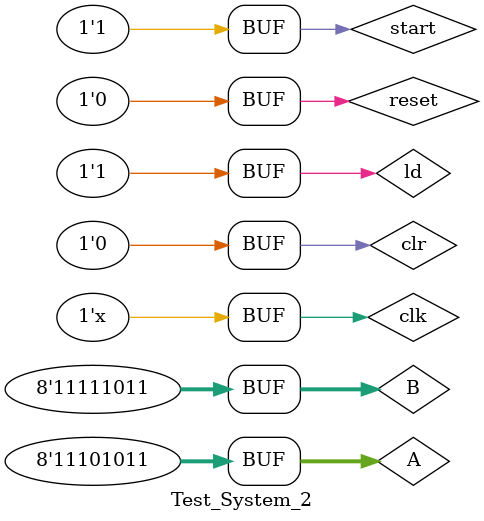
<source format=v>
`timescale 1ns / 1ps

module Test_System_2();
reg [7:0]A,B;
reg ld,clr,clk,start,reset;
wire [7:0]outA,outB,outC;
//Call file 
datapath2 dut(A,B,ld,clr,clk,outA,outB,outC);
//System 2
initial begin
//    A=0;B=0;ld=0;clr=1;clk=0;start=1;reset=1;
//    #100;
//    A=0;B=0;ld=1;clr=1;clk=1;start=1;reset=0;
//    #10;
//    A=9;B=2;ld=1;clr=0;clk=1;start=1;reset=0;
//    #10;
//    A=0;B=0;ld=1;clr=1;clk=1;start=1;reset=0;
        A=0;B=0;ld=0;clr=0;clk=0;start=1;reset=1;
        #100;
        A=0;B=0;ld=1;clr=0;clk=1;start=1;reset=1;
        #10;
        A=9;B=2;ld=1;clr=0;clk=1;start=1;reset=0;
        #10;
        
        A=~10;B=4;ld=1;clr=0;clk=1;start=1;reset=0;
        #10;
        A=~20;B=~4;ld=1;clr=0;clk=1;start=1;reset=0;
        
end

always #10 clk = ~clk;
//module Test_DataPath2();
//reg [7:0]A,B;
//reg clk,ld,clr;
//wire [7:0]outA,outB,outC;

//datapath2 dut(A,B,ld,clr,clk,outA,outB,outC);

//initial begin
//    A=0;B=0;ld=0;clr=0;clk=0;
//    #100;
//    A=0;B=0;ld=1;clr=0;clk=1;
//    #10;
//    A=9;B=2;ld=1;clr=0;clk=1;
//    #10;
//    A=20;B=4;ld=1;clr=0;clk=1;
//    #10;
//    A=-3;B=30;ld=1;clr=0;clk=1;
//    #10;
//    A=230;B=255;ld=1;clr=0;clk=1;
//end

//always #10 clk = ~clk;
endmodule

</source>
